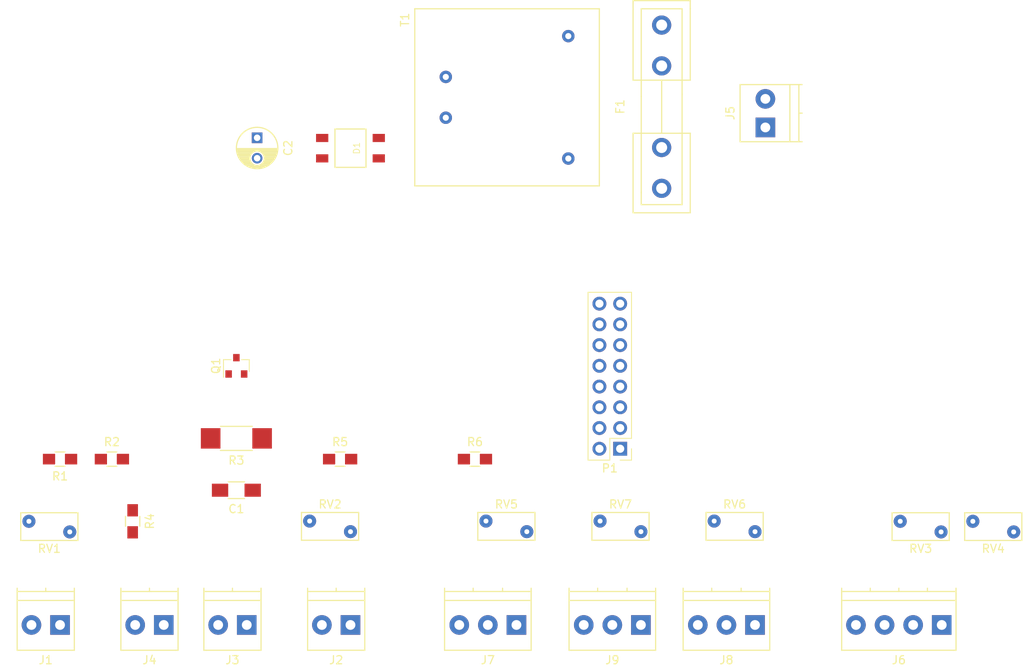
<source format=kicad_pcb>
(kicad_pcb (version 4) (host pcbnew 4.0.5-e0-6337~49~ubuntu16.04.1)

  (general
    (links 47)
    (no_connects 47)
    (area 0 0 0 0)
    (thickness 1.6)
    (drawings 0)
    (tracks 0)
    (zones 0)
    (modules 29)
    (nets 38)
  )

  (page A4)
  (layers
    (0 F.Cu signal)
    (31 B.Cu signal)
    (32 B.Adhes user)
    (33 F.Adhes user)
    (34 B.Paste user)
    (35 F.Paste user)
    (36 B.SilkS user)
    (37 F.SilkS user)
    (38 B.Mask user)
    (39 F.Mask user)
    (40 Dwgs.User user)
    (41 Cmts.User user)
    (42 Eco1.User user)
    (43 Eco2.User user)
    (44 Edge.Cuts user)
    (45 Margin user)
    (46 B.CrtYd user)
    (47 F.CrtYd user)
    (48 B.Fab user)
    (49 F.Fab user)
  )

  (setup
    (last_trace_width 0.25)
    (trace_clearance 0.2)
    (zone_clearance 0.508)
    (zone_45_only no)
    (trace_min 0.2)
    (segment_width 0.2)
    (edge_width 0.15)
    (via_size 0.6)
    (via_drill 0.4)
    (via_min_size 0.4)
    (via_min_drill 0.3)
    (uvia_size 0.3)
    (uvia_drill 0.1)
    (uvias_allowed no)
    (uvia_min_size 0.2)
    (uvia_min_drill 0.1)
    (pcb_text_width 0.3)
    (pcb_text_size 1.5 1.5)
    (mod_edge_width 0.15)
    (mod_text_size 1 1)
    (mod_text_width 0.15)
    (pad_size 1.524 1.524)
    (pad_drill 0.762)
    (pad_to_mask_clearance 0.2)
    (aux_axis_origin 0 0)
    (visible_elements FFFFFF7F)
    (pcbplotparams
      (layerselection 0x00030_80000001)
      (usegerberextensions false)
      (excludeedgelayer true)
      (linewidth 0.100000)
      (plotframeref false)
      (viasonmask false)
      (mode 1)
      (useauxorigin false)
      (hpglpennumber 1)
      (hpglpenspeed 20)
      (hpglpendiameter 15)
      (hpglpenoverlay 2)
      (psnegative false)
      (psa4output false)
      (plotreference true)
      (plotvalue true)
      (plotinvisibletext false)
      (padsonsilk false)
      (subtractmaskfromsilk false)
      (outputformat 1)
      (mirror false)
      (drillshape 1)
      (scaleselection 1)
      (outputdirectory ""))
  )

  (net 0 "")
  (net 1 "Net-(C1-Pad1)")
  (net 2 "Net-(C1-Pad2)")
  (net 3 +12V)
  (net 4 GND)
  (net 5 "Net-(D1-Pad3)")
  (net 6 "Net-(D1-Pad4)")
  (net 7 "Net-(F1-Pad2)")
  (net 8 "Net-(F1-Pad1)")
  (net 9 Mag_Sw)
  (net 10 "Net-(J1-Pad1)")
  (net 11 Floater)
  (net 12 "Net-(J2-Pad1)")
  (net 13 "Net-(J3-Pad2)")
  (net 14 "Net-(J3-Pad1)")
  (net 15 "Net-(J5-Pad2)")
  (net 16 USonic_echo)
  (net 17 +5V)
  (net 18 USonic_trigger)
  (net 19 TH_Sensor)
  (net 20 Flow_Sen)
  (net 21 HAL_Sen)
  (net 22 SPI_CS)
  (net 23 SPI_MOSI)
  (net 24 SPI_MISO)
  (net 25 SPI_CLK)
  (net 26 PA8/TIM_CH1)
  (net 27 PB0/TIM_CH2N)
  (net 28 PA1/ADC12_IN6)
  (net 29 PA0/ADC12_IN5)
  (net 30 USART1_TX)
  (net 31 USART1_RX)
  (net 32 I2C_SDA)
  (net 33 I2C_CLK)
  (net 34 +3V3)
  (net 35 "Net-(Q1-Pad1)")
  (net 36 MOT_Off)
  (net 37 "Net-(R6-Pad2)")

  (net_class Default "This is the default net class."
    (clearance 0.2)
    (trace_width 0.25)
    (via_dia 0.6)
    (via_drill 0.4)
    (uvia_dia 0.3)
    (uvia_drill 0.1)
    (add_net +12V)
    (add_net +3V3)
    (add_net +5V)
    (add_net Floater)
    (add_net Flow_Sen)
    (add_net GND)
    (add_net HAL_Sen)
    (add_net I2C_CLK)
    (add_net I2C_SDA)
    (add_net MOT_Off)
    (add_net Mag_Sw)
    (add_net "Net-(C1-Pad1)")
    (add_net "Net-(C1-Pad2)")
    (add_net "Net-(D1-Pad3)")
    (add_net "Net-(D1-Pad4)")
    (add_net "Net-(F1-Pad1)")
    (add_net "Net-(F1-Pad2)")
    (add_net "Net-(J1-Pad1)")
    (add_net "Net-(J2-Pad1)")
    (add_net "Net-(J3-Pad1)")
    (add_net "Net-(J3-Pad2)")
    (add_net "Net-(J5-Pad2)")
    (add_net "Net-(Q1-Pad1)")
    (add_net "Net-(R6-Pad2)")
    (add_net PA0/ADC12_IN5)
    (add_net PA1/ADC12_IN6)
    (add_net PA8/TIM_CH1)
    (add_net PB0/TIM_CH2N)
    (add_net SPI_CLK)
    (add_net SPI_CS)
    (add_net SPI_MISO)
    (add_net SPI_MOSI)
    (add_net TH_Sensor)
    (add_net USART1_RX)
    (add_net USART1_TX)
    (add_net USonic_echo)
    (add_net USonic_trigger)
  )

  (module Capacitors_SMD:C_1206_HandSoldering (layer F.Cu) (tedit 541A9C03) (tstamp 586ACB88)
    (at 88.9 114.3 180)
    (descr "Capacitor SMD 1206, hand soldering")
    (tags "capacitor 1206")
    (path /585D99DC)
    (attr smd)
    (fp_text reference C1 (at 0 -2.3 180) (layer F.SilkS)
      (effects (font (size 1 1) (thickness 0.15)))
    )
    (fp_text value C (at 0 2.3 180) (layer F.Fab)
      (effects (font (size 1 1) (thickness 0.15)))
    )
    (fp_line (start -1.6 0.8) (end -1.6 -0.8) (layer F.Fab) (width 0.15))
    (fp_line (start 1.6 0.8) (end -1.6 0.8) (layer F.Fab) (width 0.15))
    (fp_line (start 1.6 -0.8) (end 1.6 0.8) (layer F.Fab) (width 0.15))
    (fp_line (start -1.6 -0.8) (end 1.6 -0.8) (layer F.Fab) (width 0.15))
    (fp_line (start -3.3 -1.15) (end 3.3 -1.15) (layer F.CrtYd) (width 0.05))
    (fp_line (start -3.3 1.15) (end 3.3 1.15) (layer F.CrtYd) (width 0.05))
    (fp_line (start -3.3 -1.15) (end -3.3 1.15) (layer F.CrtYd) (width 0.05))
    (fp_line (start 3.3 -1.15) (end 3.3 1.15) (layer F.CrtYd) (width 0.05))
    (fp_line (start 1 -1.025) (end -1 -1.025) (layer F.SilkS) (width 0.15))
    (fp_line (start -1 1.025) (end 1 1.025) (layer F.SilkS) (width 0.15))
    (pad 1 smd rect (at -2 0 180) (size 2 1.6) (layers F.Cu F.Paste F.Mask)
      (net 1 "Net-(C1-Pad1)"))
    (pad 2 smd rect (at 2 0 180) (size 2 1.6) (layers F.Cu F.Paste F.Mask)
      (net 2 "Net-(C1-Pad2)"))
    (model Capacitors_SMD.3dshapes/C_1206_HandSoldering.wrl
      (at (xyz 0 0 0))
      (scale (xyz 1 1 1))
      (rotate (xyz 0 0 0))
    )
  )

  (module Capacitors_THT:C_Radial_D5_L11_P2.5 (layer F.Cu) (tedit 0) (tstamp 586ACB8E)
    (at 91.44 71.12 270)
    (descr "Radial Electrolytic Capacitor Diameter 5mm x Length 11mm, Pitch 2.5mm")
    (tags "Electrolytic Capacitor")
    (path /585D63E3)
    (fp_text reference C2 (at 1.25 -3.8 270) (layer F.SilkS)
      (effects (font (size 1 1) (thickness 0.15)))
    )
    (fp_text value CP (at 1.25 3.8 270) (layer F.Fab)
      (effects (font (size 1 1) (thickness 0.15)))
    )
    (fp_line (start 1.325 -2.499) (end 1.325 2.499) (layer F.SilkS) (width 0.15))
    (fp_line (start 1.465 -2.491) (end 1.465 2.491) (layer F.SilkS) (width 0.15))
    (fp_line (start 1.605 -2.475) (end 1.605 -0.095) (layer F.SilkS) (width 0.15))
    (fp_line (start 1.605 0.095) (end 1.605 2.475) (layer F.SilkS) (width 0.15))
    (fp_line (start 1.745 -2.451) (end 1.745 -0.49) (layer F.SilkS) (width 0.15))
    (fp_line (start 1.745 0.49) (end 1.745 2.451) (layer F.SilkS) (width 0.15))
    (fp_line (start 1.885 -2.418) (end 1.885 -0.657) (layer F.SilkS) (width 0.15))
    (fp_line (start 1.885 0.657) (end 1.885 2.418) (layer F.SilkS) (width 0.15))
    (fp_line (start 2.025 -2.377) (end 2.025 -0.764) (layer F.SilkS) (width 0.15))
    (fp_line (start 2.025 0.764) (end 2.025 2.377) (layer F.SilkS) (width 0.15))
    (fp_line (start 2.165 -2.327) (end 2.165 -0.835) (layer F.SilkS) (width 0.15))
    (fp_line (start 2.165 0.835) (end 2.165 2.327) (layer F.SilkS) (width 0.15))
    (fp_line (start 2.305 -2.266) (end 2.305 -0.879) (layer F.SilkS) (width 0.15))
    (fp_line (start 2.305 0.879) (end 2.305 2.266) (layer F.SilkS) (width 0.15))
    (fp_line (start 2.445 -2.196) (end 2.445 -0.898) (layer F.SilkS) (width 0.15))
    (fp_line (start 2.445 0.898) (end 2.445 2.196) (layer F.SilkS) (width 0.15))
    (fp_line (start 2.585 -2.114) (end 2.585 -0.896) (layer F.SilkS) (width 0.15))
    (fp_line (start 2.585 0.896) (end 2.585 2.114) (layer F.SilkS) (width 0.15))
    (fp_line (start 2.725 -2.019) (end 2.725 -0.871) (layer F.SilkS) (width 0.15))
    (fp_line (start 2.725 0.871) (end 2.725 2.019) (layer F.SilkS) (width 0.15))
    (fp_line (start 2.865 -1.908) (end 2.865 -0.823) (layer F.SilkS) (width 0.15))
    (fp_line (start 2.865 0.823) (end 2.865 1.908) (layer F.SilkS) (width 0.15))
    (fp_line (start 3.005 -1.78) (end 3.005 -0.745) (layer F.SilkS) (width 0.15))
    (fp_line (start 3.005 0.745) (end 3.005 1.78) (layer F.SilkS) (width 0.15))
    (fp_line (start 3.145 -1.631) (end 3.145 -0.628) (layer F.SilkS) (width 0.15))
    (fp_line (start 3.145 0.628) (end 3.145 1.631) (layer F.SilkS) (width 0.15))
    (fp_line (start 3.285 -1.452) (end 3.285 -0.44) (layer F.SilkS) (width 0.15))
    (fp_line (start 3.285 0.44) (end 3.285 1.452) (layer F.SilkS) (width 0.15))
    (fp_line (start 3.425 -1.233) (end 3.425 1.233) (layer F.SilkS) (width 0.15))
    (fp_line (start 3.565 -0.944) (end 3.565 0.944) (layer F.SilkS) (width 0.15))
    (fp_line (start 3.705 -0.472) (end 3.705 0.472) (layer F.SilkS) (width 0.15))
    (fp_circle (center 2.5 0) (end 2.5 -0.9) (layer F.SilkS) (width 0.15))
    (fp_circle (center 1.25 0) (end 1.25 -2.5375) (layer F.SilkS) (width 0.15))
    (fp_circle (center 1.25 0) (end 1.25 -2.8) (layer F.CrtYd) (width 0.05))
    (pad 1 thru_hole rect (at 0 0 270) (size 1.3 1.3) (drill 0.8) (layers *.Cu *.Mask)
      (net 3 +12V))
    (pad 2 thru_hole circle (at 2.5 0 270) (size 1.3 1.3) (drill 0.8) (layers *.Cu *.Mask)
      (net 4 GND))
    (model Capacitors_ThroughHole.3dshapes/C_Radial_D5_L11_P2.5.wrl
      (at (xyz 0.049213 0 0))
      (scale (xyz 1 1 1))
      (rotate (xyz 0 0 90))
    )
  )

  (module D-HDO4:D-HD04 (layer F.Cu) (tedit 0) (tstamp 586ACB96)
    (at 102.87 72.39 270)
    (path /586AC7A0)
    (fp_text reference D1 (at 0 -0.762 270) (layer F.SilkS)
      (effects (font (size 0.762 0.762) (thickness 0.1016)))
    )
    (fp_text value D_Bridge_+-AA (at 0 0.92456 270) (layer F.SilkS) hide
      (effects (font (size 0.508 0.508) (thickness 0.127)))
    )
    (fp_line (start -2.32 -1.9) (end 2.35 -1.9) (layer F.SilkS) (width 0.15))
    (fp_line (start 2.35 -1.9) (end 2.35 1.9) (layer F.SilkS) (width 0.15))
    (fp_line (start 2.35 1.9) (end -2.35 1.9) (layer F.SilkS) (width 0.15))
    (fp_line (start -2.35 1.9) (end -2.35 -1.9) (layer F.SilkS) (width 0.15))
    (pad 1 smd rect (at -1.25 3.465 270) (size 1 1.5) (layers F.Cu F.Paste F.Mask)
      (net 3 +12V))
    (pad 2 smd rect (at 1.25 3.465 270) (size 1 1.5) (layers F.Cu F.Paste F.Mask)
      (net 4 GND))
    (pad 3 smd rect (at 1.25 -3.465 270) (size 1 1.5) (layers F.Cu F.Paste F.Mask)
      (net 5 "Net-(D1-Pad3)"))
    (pad 4 smd rect (at -1.25 -3.465 270) (size 1 1.5) (layers F.Cu F.Paste F.Mask)
      (net 6 "Net-(D1-Pad4)"))
  )

  (module Fuse_Holders_and_Fuses:Fuseholder5x20_horiz_open_inline_Type-I (layer F.Cu) (tedit 0) (tstamp 586ACB9E)
    (at 140.97 67.31 90)
    (descr "Fuseholder, 5x20, open, horizontal, Type-I, Inline,")
    (tags "Fuseholder, 5x20, open, horizontal, Type-I, Inline, Sicherungshalter, offen,")
    (path /586AC64D)
    (fp_text reference F1 (at 0 -5.08 90) (layer F.SilkS)
      (effects (font (size 1 1) (thickness 0.15)))
    )
    (fp_text value Fuse (at 1.27 5.08 90) (layer F.Fab)
      (effects (font (size 1 1) (thickness 0.15)))
    )
    (fp_line (start 3.2512 0) (end -3.2512 0) (layer F.SilkS) (width 0.15))
    (fp_line (start 3.2512 -3.50012) (end 3.2512 3.50012) (layer F.SilkS) (width 0.15))
    (fp_line (start 11.99896 3.50012) (end 3.2512 3.50012) (layer F.SilkS) (width 0.15))
    (fp_line (start 11.99896 -3.50012) (end 3.2512 -3.50012) (layer F.SilkS) (width 0.15))
    (fp_line (start -10.74928 2.49936) (end -11.99896 2.49936) (layer F.SilkS) (width 0.15))
    (fp_line (start -10.50036 -2.49936) (end -11.99896 -2.49936) (layer F.SilkS) (width 0.15))
    (fp_line (start 1.50114 2.49936) (end -10.74928 2.49936) (layer F.SilkS) (width 0.15))
    (fp_line (start 1.24968 -2.49936) (end -10.50036 -2.49936) (layer F.SilkS) (width 0.15))
    (fp_line (start 11.99896 2.49936) (end 1.50114 2.49936) (layer F.SilkS) (width 0.15))
    (fp_line (start 11.99896 -2.49936) (end 1.24968 -2.49936) (layer F.SilkS) (width 0.15))
    (fp_line (start 11.99896 -2.49936) (end 11.99896 2.49936) (layer F.SilkS) (width 0.15))
    (fp_line (start 12.99972 -3.50012) (end 11.99896 -3.50012) (layer F.SilkS) (width 0.15))
    (fp_line (start 12.99972 -3.50012) (end 12.99972 3.50012) (layer F.SilkS) (width 0.15))
    (fp_line (start 12.99972 3.50012) (end 11.99896 3.50012) (layer F.SilkS) (width 0.15))
    (fp_line (start -11.99896 -2.49936) (end -11.99896 2.49936) (layer F.SilkS) (width 0.15))
    (fp_line (start -3.2512 -3.50012) (end -12.99972 -3.50012) (layer F.SilkS) (width 0.15))
    (fp_line (start -12.99972 -3.50012) (end -12.99972 3.50012) (layer F.SilkS) (width 0.15))
    (fp_line (start -3.2512 3.50012) (end -12.99972 3.50012) (layer F.SilkS) (width 0.15))
    (fp_line (start -3.2512 -3.50012) (end -3.2512 3.50012) (layer F.SilkS) (width 0.15))
    (pad 2 thru_hole circle (at 5.00126 0 90) (size 2.3495 2.3495) (drill 1.34874) (layers *.Cu *.Mask)
      (net 7 "Net-(F1-Pad2)"))
    (pad 2 thru_hole circle (at 9.99998 0 90) (size 2.3495 2.3495) (drill 1.34874) (layers *.Cu *.Mask)
      (net 7 "Net-(F1-Pad2)"))
    (pad 1 thru_hole circle (at -5.00126 0 90) (size 2.3495 2.3495) (drill 1.34874) (layers *.Cu *.Mask)
      (net 8 "Net-(F1-Pad1)"))
    (pad 1 thru_hole circle (at -9.99998 0 90) (size 2.3495 2.3495) (drill 1.34874) (layers *.Cu *.Mask)
      (net 8 "Net-(F1-Pad1)"))
  )

  (module Connectors_Terminal_Blocks:TerminalBlock_Pheonix_PT-3.5mm_2pol (layer F.Cu) (tedit 0) (tstamp 586ACBA4)
    (at 67.31 130.81 180)
    (descr "2-way 3.5mm pitch terminal block, Phoenix PT series")
    (path /585D3B8C)
    (fp_text reference J1 (at 1.75 -4.3 180) (layer F.SilkS)
      (effects (font (size 1 1) (thickness 0.15)))
    )
    (fp_text value "Magnet sensor" (at 1.75 6 180) (layer F.Fab)
      (effects (font (size 1 1) (thickness 0.15)))
    )
    (fp_line (start -1.9 -3.3) (end 5.4 -3.3) (layer F.CrtYd) (width 0.05))
    (fp_line (start -1.9 4.7) (end -1.9 -3.3) (layer F.CrtYd) (width 0.05))
    (fp_line (start 5.4 4.7) (end -1.9 4.7) (layer F.CrtYd) (width 0.05))
    (fp_line (start 5.4 -3.3) (end 5.4 4.7) (layer F.CrtYd) (width 0.05))
    (fp_line (start 1.75 4.1) (end 1.75 4.5) (layer F.SilkS) (width 0.15))
    (fp_line (start -1.75 3) (end 5.25 3) (layer F.SilkS) (width 0.15))
    (fp_line (start -1.75 4.1) (end 5.25 4.1) (layer F.SilkS) (width 0.15))
    (fp_line (start -1.75 -3.1) (end -1.75 4.5) (layer F.SilkS) (width 0.15))
    (fp_line (start 5.25 4.5) (end 5.25 -3.1) (layer F.SilkS) (width 0.15))
    (fp_line (start 5.25 -3.1) (end -1.75 -3.1) (layer F.SilkS) (width 0.15))
    (pad 2 thru_hole circle (at 3.5 0 180) (size 2.4 2.4) (drill 1.2) (layers *.Cu *.Mask)
      (net 9 Mag_Sw))
    (pad 1 thru_hole rect (at 0 0 180) (size 2.4 2.4) (drill 1.2) (layers *.Cu *.Mask)
      (net 10 "Net-(J1-Pad1)"))
    (model Terminal_Blocks.3dshapes/TerminalBlock_Pheonix_PT-3.5mm_2pol.wrl
      (at (xyz 0 0 0))
      (scale (xyz 1 1 1))
      (rotate (xyz 0 0 0))
    )
  )

  (module Connectors_Terminal_Blocks:TerminalBlock_Pheonix_PT-3.5mm_2pol (layer F.Cu) (tedit 0) (tstamp 586ACBAA)
    (at 102.87 130.81 180)
    (descr "2-way 3.5mm pitch terminal block, Phoenix PT series")
    (path /585C3F3A)
    (fp_text reference J2 (at 1.75 -4.3 180) (layer F.SilkS)
      (effects (font (size 1 1) (thickness 0.15)))
    )
    (fp_text value Floater (at 1.75 6 180) (layer F.Fab)
      (effects (font (size 1 1) (thickness 0.15)))
    )
    (fp_line (start -1.9 -3.3) (end 5.4 -3.3) (layer F.CrtYd) (width 0.05))
    (fp_line (start -1.9 4.7) (end -1.9 -3.3) (layer F.CrtYd) (width 0.05))
    (fp_line (start 5.4 4.7) (end -1.9 4.7) (layer F.CrtYd) (width 0.05))
    (fp_line (start 5.4 -3.3) (end 5.4 4.7) (layer F.CrtYd) (width 0.05))
    (fp_line (start 1.75 4.1) (end 1.75 4.5) (layer F.SilkS) (width 0.15))
    (fp_line (start -1.75 3) (end 5.25 3) (layer F.SilkS) (width 0.15))
    (fp_line (start -1.75 4.1) (end 5.25 4.1) (layer F.SilkS) (width 0.15))
    (fp_line (start -1.75 -3.1) (end -1.75 4.5) (layer F.SilkS) (width 0.15))
    (fp_line (start 5.25 4.5) (end 5.25 -3.1) (layer F.SilkS) (width 0.15))
    (fp_line (start 5.25 -3.1) (end -1.75 -3.1) (layer F.SilkS) (width 0.15))
    (pad 2 thru_hole circle (at 3.5 0 180) (size 2.4 2.4) (drill 1.2) (layers *.Cu *.Mask)
      (net 11 Floater))
    (pad 1 thru_hole rect (at 0 0 180) (size 2.4 2.4) (drill 1.2) (layers *.Cu *.Mask)
      (net 12 "Net-(J2-Pad1)"))
    (model Terminal_Blocks.3dshapes/TerminalBlock_Pheonix_PT-3.5mm_2pol.wrl
      (at (xyz 0 0 0))
      (scale (xyz 1 1 1))
      (rotate (xyz 0 0 0))
    )
  )

  (module Connectors_Terminal_Blocks:TerminalBlock_Pheonix_PT-3.5mm_2pol (layer F.Cu) (tedit 0) (tstamp 586ACBB0)
    (at 90.17 130.81 180)
    (descr "2-way 3.5mm pitch terminal block, Phoenix PT series")
    (path /585C3E48)
    (fp_text reference J3 (at 1.75 -4.3 180) (layer F.SilkS)
      (effects (font (size 1 1) (thickness 0.15)))
    )
    (fp_text value MotIn (at 1.75 6 180) (layer F.Fab)
      (effects (font (size 1 1) (thickness 0.15)))
    )
    (fp_line (start -1.9 -3.3) (end 5.4 -3.3) (layer F.CrtYd) (width 0.05))
    (fp_line (start -1.9 4.7) (end -1.9 -3.3) (layer F.CrtYd) (width 0.05))
    (fp_line (start 5.4 4.7) (end -1.9 4.7) (layer F.CrtYd) (width 0.05))
    (fp_line (start 5.4 -3.3) (end 5.4 4.7) (layer F.CrtYd) (width 0.05))
    (fp_line (start 1.75 4.1) (end 1.75 4.5) (layer F.SilkS) (width 0.15))
    (fp_line (start -1.75 3) (end 5.25 3) (layer F.SilkS) (width 0.15))
    (fp_line (start -1.75 4.1) (end 5.25 4.1) (layer F.SilkS) (width 0.15))
    (fp_line (start -1.75 -3.1) (end -1.75 4.5) (layer F.SilkS) (width 0.15))
    (fp_line (start 5.25 4.5) (end 5.25 -3.1) (layer F.SilkS) (width 0.15))
    (fp_line (start 5.25 -3.1) (end -1.75 -3.1) (layer F.SilkS) (width 0.15))
    (pad 2 thru_hole circle (at 3.5 0 180) (size 2.4 2.4) (drill 1.2) (layers *.Cu *.Mask)
      (net 13 "Net-(J3-Pad2)"))
    (pad 1 thru_hole rect (at 0 0 180) (size 2.4 2.4) (drill 1.2) (layers *.Cu *.Mask)
      (net 14 "Net-(J3-Pad1)"))
    (model Terminal_Blocks.3dshapes/TerminalBlock_Pheonix_PT-3.5mm_2pol.wrl
      (at (xyz 0 0 0))
      (scale (xyz 1 1 1))
      (rotate (xyz 0 0 0))
    )
  )

  (module Connectors_Terminal_Blocks:TerminalBlock_Pheonix_PT-3.5mm_2pol (layer F.Cu) (tedit 0) (tstamp 586ACBB6)
    (at 80.01 130.81 180)
    (descr "2-way 3.5mm pitch terminal block, Phoenix PT series")
    (path /585C3EB7)
    (fp_text reference J4 (at 1.75 -4.3 180) (layer F.SilkS)
      (effects (font (size 1 1) (thickness 0.15)))
    )
    (fp_text value MotOut (at 1.75 6 180) (layer F.Fab)
      (effects (font (size 1 1) (thickness 0.15)))
    )
    (fp_line (start -1.9 -3.3) (end 5.4 -3.3) (layer F.CrtYd) (width 0.05))
    (fp_line (start -1.9 4.7) (end -1.9 -3.3) (layer F.CrtYd) (width 0.05))
    (fp_line (start 5.4 4.7) (end -1.9 4.7) (layer F.CrtYd) (width 0.05))
    (fp_line (start 5.4 -3.3) (end 5.4 4.7) (layer F.CrtYd) (width 0.05))
    (fp_line (start 1.75 4.1) (end 1.75 4.5) (layer F.SilkS) (width 0.15))
    (fp_line (start -1.75 3) (end 5.25 3) (layer F.SilkS) (width 0.15))
    (fp_line (start -1.75 4.1) (end 5.25 4.1) (layer F.SilkS) (width 0.15))
    (fp_line (start -1.75 -3.1) (end -1.75 4.5) (layer F.SilkS) (width 0.15))
    (fp_line (start 5.25 4.5) (end 5.25 -3.1) (layer F.SilkS) (width 0.15))
    (fp_line (start 5.25 -3.1) (end -1.75 -3.1) (layer F.SilkS) (width 0.15))
    (pad 2 thru_hole circle (at 3.5 0 180) (size 2.4 2.4) (drill 1.2) (layers *.Cu *.Mask)
      (net 2 "Net-(C1-Pad2)"))
    (pad 1 thru_hole rect (at 0 0 180) (size 2.4 2.4) (drill 1.2) (layers *.Cu *.Mask)
      (net 13 "Net-(J3-Pad2)"))
    (model Terminal_Blocks.3dshapes/TerminalBlock_Pheonix_PT-3.5mm_2pol.wrl
      (at (xyz 0 0 0))
      (scale (xyz 1 1 1))
      (rotate (xyz 0 0 0))
    )
  )

  (module Connectors_Terminal_Blocks:TerminalBlock_Pheonix_PT-3.5mm_2pol (layer F.Cu) (tedit 0) (tstamp 586ACBBC)
    (at 153.67 69.85 90)
    (descr "2-way 3.5mm pitch terminal block, Phoenix PT series")
    (path /586AC3FF)
    (fp_text reference J5 (at 1.75 -4.3 90) (layer F.SilkS)
      (effects (font (size 1 1) (thickness 0.15)))
    )
    (fp_text value 230VAC (at 1.75 6 90) (layer F.Fab)
      (effects (font (size 1 1) (thickness 0.15)))
    )
    (fp_line (start -1.9 -3.3) (end 5.4 -3.3) (layer F.CrtYd) (width 0.05))
    (fp_line (start -1.9 4.7) (end -1.9 -3.3) (layer F.CrtYd) (width 0.05))
    (fp_line (start 5.4 4.7) (end -1.9 4.7) (layer F.CrtYd) (width 0.05))
    (fp_line (start 5.4 -3.3) (end 5.4 4.7) (layer F.CrtYd) (width 0.05))
    (fp_line (start 1.75 4.1) (end 1.75 4.5) (layer F.SilkS) (width 0.15))
    (fp_line (start -1.75 3) (end 5.25 3) (layer F.SilkS) (width 0.15))
    (fp_line (start -1.75 4.1) (end 5.25 4.1) (layer F.SilkS) (width 0.15))
    (fp_line (start -1.75 -3.1) (end -1.75 4.5) (layer F.SilkS) (width 0.15))
    (fp_line (start 5.25 4.5) (end 5.25 -3.1) (layer F.SilkS) (width 0.15))
    (fp_line (start 5.25 -3.1) (end -1.75 -3.1) (layer F.SilkS) (width 0.15))
    (pad 2 thru_hole circle (at 3.5 0 90) (size 2.4 2.4) (drill 1.2) (layers *.Cu *.Mask)
      (net 15 "Net-(J5-Pad2)"))
    (pad 1 thru_hole rect (at 0 0 90) (size 2.4 2.4) (drill 1.2) (layers *.Cu *.Mask)
      (net 7 "Net-(F1-Pad2)"))
    (model Terminal_Blocks.3dshapes/TerminalBlock_Pheonix_PT-3.5mm_2pol.wrl
      (at (xyz 0 0 0))
      (scale (xyz 1 1 1))
      (rotate (xyz 0 0 0))
    )
  )

  (module Connectors_Terminal_Blocks:TerminalBlock_Pheonix_PT-3.5mm_4pol (layer F.Cu) (tedit 56301633) (tstamp 586ACBC4)
    (at 175.26 130.81 180)
    (descr "4-way 3.5mm pitch terminal block, Phoenix PT series")
    (path /585C3C61)
    (fp_text reference J6 (at 5.25 -4.3 180) (layer F.SilkS)
      (effects (font (size 1 1) (thickness 0.15)))
    )
    (fp_text value "USonic sensor" (at 5.25 6 180) (layer F.Fab)
      (effects (font (size 1 1) (thickness 0.15)))
    )
    (fp_line (start -1.9 -3.3) (end 12.4 -3.3) (layer F.CrtYd) (width 0.05))
    (fp_line (start -1.9 4.7) (end -1.9 -3.3) (layer F.CrtYd) (width 0.05))
    (fp_line (start 12.4 4.7) (end -1.9 4.7) (layer F.CrtYd) (width 0.05))
    (fp_line (start 12.4 -3.3) (end 12.4 4.7) (layer F.CrtYd) (width 0.05))
    (fp_line (start 1.75 4.1) (end 1.75 4.5) (layer F.SilkS) (width 0.15))
    (fp_line (start 5.25 4.1) (end 5.25 4.5) (layer F.SilkS) (width 0.15))
    (fp_line (start 8.75 4.1) (end 8.75 4.5) (layer F.SilkS) (width 0.15))
    (fp_line (start -1.75 3) (end 12.25 3) (layer F.SilkS) (width 0.15))
    (fp_line (start -1.75 4.1) (end 12.25 4.1) (layer F.SilkS) (width 0.15))
    (fp_line (start -1.75 -3.1) (end -1.75 4.5) (layer F.SilkS) (width 0.15))
    (fp_line (start 12.25 4.5) (end 12.25 -3.1) (layer F.SilkS) (width 0.15))
    (fp_line (start 12.25 -3.1) (end -1.75 -3.1) (layer F.SilkS) (width 0.15))
    (pad 3 thru_hole circle (at 7 0 180) (size 2.4 2.4) (drill 1.2) (layers *.Cu *.Mask)
      (net 16 USonic_echo))
    (pad 4 thru_hole circle (at 10.5 0 180) (size 2.4 2.4) (drill 1.2) (layers *.Cu *.Mask)
      (net 17 +5V))
    (pad 2 thru_hole circle (at 3.5 0 180) (size 2.4 2.4) (drill 1.2) (layers *.Cu *.Mask)
      (net 18 USonic_trigger))
    (pad 1 thru_hole rect (at 0 0 180) (size 2.4 2.4) (drill 1.2) (layers *.Cu *.Mask)
      (net 4 GND))
    (model Terminal_Blocks.3dshapes/TerminalBlock_Pheonix_PT-3.5mm_4pol.wrl
      (at (xyz 0 0 0))
      (scale (xyz 1 1 1))
      (rotate (xyz 0 0 0))
    )
  )

  (module Connectors_Terminal_Blocks:TerminalBlock_Pheonix_PT-3.5mm_3pol (layer F.Cu) (tedit 56301605) (tstamp 586ACBCB)
    (at 123.19 130.81 180)
    (descr "3-way 3.5mm pitch terminal block, Phoenix PT series")
    (path /585C3FE3)
    (fp_text reference J7 (at 3.5 -4.3 180) (layer F.SilkS)
      (effects (font (size 1 1) (thickness 0.15)))
    )
    (fp_text value "Temp&Humid sensor" (at 3.5 6 180) (layer F.Fab)
      (effects (font (size 1 1) (thickness 0.15)))
    )
    (fp_line (start -2 -3.3) (end 9 -3.3) (layer F.CrtYd) (width 0.05))
    (fp_line (start -2 4.7) (end -2 -3.3) (layer F.CrtYd) (width 0.05))
    (fp_line (start 9 4.7) (end -2 4.7) (layer F.CrtYd) (width 0.05))
    (fp_line (start 9 -3.3) (end 9 4.7) (layer F.CrtYd) (width 0.05))
    (fp_line (start 1.7 4.1) (end 1.7 4.5) (layer F.SilkS) (width 0.15))
    (fp_line (start 5.3 4.1) (end 5.3 4.5) (layer F.SilkS) (width 0.15))
    (fp_line (start -1.8 3) (end 8.8 3) (layer F.SilkS) (width 0.15))
    (fp_line (start -1.8 4.1) (end 8.8 4.1) (layer F.SilkS) (width 0.15))
    (fp_line (start -1.8 -3.1) (end -1.8 4.5) (layer F.SilkS) (width 0.15))
    (fp_line (start 8.8 4.5) (end 8.8 -3.1) (layer F.SilkS) (width 0.15))
    (fp_line (start 8.8 -3.1) (end -1.8 -3.1) (layer F.SilkS) (width 0.15))
    (pad 2 thru_hole circle (at 3.5 0 180) (size 2.4 2.4) (drill 1.2) (layers *.Cu *.Mask)
      (net 19 TH_Sensor))
    (pad 3 thru_hole circle (at 7 0 180) (size 2.4 2.4) (drill 1.2) (layers *.Cu *.Mask)
      (net 17 +5V))
    (pad 1 thru_hole rect (at 0 0 180) (size 2.4 2.4) (drill 1.2) (layers *.Cu *.Mask)
      (net 4 GND))
    (model Terminal_Blocks.3dshapes/TerminalBlock_Pheonix_PT-3.5mm_3pol.wrl
      (at (xyz 0 0 0))
      (scale (xyz 1 1 1))
      (rotate (xyz 0 0 0))
    )
  )

  (module Connectors_Terminal_Blocks:TerminalBlock_Pheonix_PT-3.5mm_3pol (layer F.Cu) (tedit 56301605) (tstamp 586ACBD2)
    (at 152.4 130.81 180)
    (descr "3-way 3.5mm pitch terminal block, Phoenix PT series")
    (path /585C3CB8)
    (fp_text reference J8 (at 3.5 -4.3 180) (layer F.SilkS)
      (effects (font (size 1 1) (thickness 0.15)))
    )
    (fp_text value "Flow sensor" (at 3.5 6 180) (layer F.Fab)
      (effects (font (size 1 1) (thickness 0.15)))
    )
    (fp_line (start -2 -3.3) (end 9 -3.3) (layer F.CrtYd) (width 0.05))
    (fp_line (start -2 4.7) (end -2 -3.3) (layer F.CrtYd) (width 0.05))
    (fp_line (start 9 4.7) (end -2 4.7) (layer F.CrtYd) (width 0.05))
    (fp_line (start 9 -3.3) (end 9 4.7) (layer F.CrtYd) (width 0.05))
    (fp_line (start 1.7 4.1) (end 1.7 4.5) (layer F.SilkS) (width 0.15))
    (fp_line (start 5.3 4.1) (end 5.3 4.5) (layer F.SilkS) (width 0.15))
    (fp_line (start -1.8 3) (end 8.8 3) (layer F.SilkS) (width 0.15))
    (fp_line (start -1.8 4.1) (end 8.8 4.1) (layer F.SilkS) (width 0.15))
    (fp_line (start -1.8 -3.1) (end -1.8 4.5) (layer F.SilkS) (width 0.15))
    (fp_line (start 8.8 4.5) (end 8.8 -3.1) (layer F.SilkS) (width 0.15))
    (fp_line (start 8.8 -3.1) (end -1.8 -3.1) (layer F.SilkS) (width 0.15))
    (pad 2 thru_hole circle (at 3.5 0 180) (size 2.4 2.4) (drill 1.2) (layers *.Cu *.Mask)
      (net 20 Flow_Sen))
    (pad 3 thru_hole circle (at 7 0 180) (size 2.4 2.4) (drill 1.2) (layers *.Cu *.Mask)
      (net 17 +5V))
    (pad 1 thru_hole rect (at 0 0 180) (size 2.4 2.4) (drill 1.2) (layers *.Cu *.Mask)
      (net 4 GND))
    (model Terminal_Blocks.3dshapes/TerminalBlock_Pheonix_PT-3.5mm_3pol.wrl
      (at (xyz 0 0 0))
      (scale (xyz 1 1 1))
      (rotate (xyz 0 0 0))
    )
  )

  (module Connectors_Terminal_Blocks:TerminalBlock_Pheonix_PT-3.5mm_3pol (layer F.Cu) (tedit 56301605) (tstamp 586ACBD9)
    (at 138.43 130.81 180)
    (descr "3-way 3.5mm pitch terminal block, Phoenix PT series")
    (path /585C4124)
    (fp_text reference J9 (at 3.5 -4.3 180) (layer F.SilkS)
      (effects (font (size 1 1) (thickness 0.15)))
    )
    (fp_text value "HAL sensor" (at 3.5 6 180) (layer F.Fab)
      (effects (font (size 1 1) (thickness 0.15)))
    )
    (fp_line (start -2 -3.3) (end 9 -3.3) (layer F.CrtYd) (width 0.05))
    (fp_line (start -2 4.7) (end -2 -3.3) (layer F.CrtYd) (width 0.05))
    (fp_line (start 9 4.7) (end -2 4.7) (layer F.CrtYd) (width 0.05))
    (fp_line (start 9 -3.3) (end 9 4.7) (layer F.CrtYd) (width 0.05))
    (fp_line (start 1.7 4.1) (end 1.7 4.5) (layer F.SilkS) (width 0.15))
    (fp_line (start 5.3 4.1) (end 5.3 4.5) (layer F.SilkS) (width 0.15))
    (fp_line (start -1.8 3) (end 8.8 3) (layer F.SilkS) (width 0.15))
    (fp_line (start -1.8 4.1) (end 8.8 4.1) (layer F.SilkS) (width 0.15))
    (fp_line (start -1.8 -3.1) (end -1.8 4.5) (layer F.SilkS) (width 0.15))
    (fp_line (start 8.8 4.5) (end 8.8 -3.1) (layer F.SilkS) (width 0.15))
    (fp_line (start 8.8 -3.1) (end -1.8 -3.1) (layer F.SilkS) (width 0.15))
    (pad 2 thru_hole circle (at 3.5 0 180) (size 2.4 2.4) (drill 1.2) (layers *.Cu *.Mask)
      (net 21 HAL_Sen))
    (pad 3 thru_hole circle (at 7 0 180) (size 2.4 2.4) (drill 1.2) (layers *.Cu *.Mask)
      (net 17 +5V))
    (pad 1 thru_hole rect (at 0 0 180) (size 2.4 2.4) (drill 1.2) (layers *.Cu *.Mask)
      (net 4 GND))
    (model Terminal_Blocks.3dshapes/TerminalBlock_Pheonix_PT-3.5mm_3pol.wrl
      (at (xyz 0 0 0))
      (scale (xyz 1 1 1))
      (rotate (xyz 0 0 0))
    )
  )

  (module Pin_Headers:Pin_Header_Straight_2x08_Pitch2.54mm (layer F.Cu) (tedit 5862ED53) (tstamp 586ACBED)
    (at 135.89 109.22 180)
    (descr "Through hole straight pin header, 2x08, 2.54mm pitch, double rows")
    (tags "Through hole pin header THT 2x08 2.54mm double row")
    (path /585D28AC)
    (fp_text reference P1 (at 1.27 -2.39 180) (layer F.SilkS)
      (effects (font (size 1 1) (thickness 0.15)))
    )
    (fp_text value DIL16 (at 1.27 20.17 180) (layer F.Fab)
      (effects (font (size 1 1) (thickness 0.15)))
    )
    (fp_line (start -1.27 -1.27) (end -1.27 19.05) (layer F.Fab) (width 0.1))
    (fp_line (start -1.27 19.05) (end 3.81 19.05) (layer F.Fab) (width 0.1))
    (fp_line (start 3.81 19.05) (end 3.81 -1.27) (layer F.Fab) (width 0.1))
    (fp_line (start 3.81 -1.27) (end -1.27 -1.27) (layer F.Fab) (width 0.1))
    (fp_line (start -1.39 1.27) (end -1.39 19.17) (layer F.SilkS) (width 0.12))
    (fp_line (start -1.39 19.17) (end 3.93 19.17) (layer F.SilkS) (width 0.12))
    (fp_line (start 3.93 19.17) (end 3.93 -1.39) (layer F.SilkS) (width 0.12))
    (fp_line (start 3.93 -1.39) (end 1.27 -1.39) (layer F.SilkS) (width 0.12))
    (fp_line (start 1.27 -1.39) (end 1.27 1.27) (layer F.SilkS) (width 0.12))
    (fp_line (start 1.27 1.27) (end -1.39 1.27) (layer F.SilkS) (width 0.12))
    (fp_line (start -1.39 0) (end -1.39 -1.39) (layer F.SilkS) (width 0.12))
    (fp_line (start -1.39 -1.39) (end 0 -1.39) (layer F.SilkS) (width 0.12))
    (fp_line (start -1.6 -1.6) (end -1.6 19.3) (layer F.CrtYd) (width 0.05))
    (fp_line (start -1.6 19.3) (end 4.1 19.3) (layer F.CrtYd) (width 0.05))
    (fp_line (start 4.1 19.3) (end 4.1 -1.6) (layer F.CrtYd) (width 0.05))
    (fp_line (start 4.1 -1.6) (end -1.6 -1.6) (layer F.CrtYd) (width 0.05))
    (pad 1 thru_hole rect (at 0 0 180) (size 1.7 1.7) (drill 1) (layers *.Cu *.Mask)
      (net 4 GND))
    (pad 2 thru_hole oval (at 2.54 0 180) (size 1.7 1.7) (drill 1) (layers *.Cu *.Mask)
      (net 22 SPI_CS))
    (pad 3 thru_hole oval (at 0 2.54 180) (size 1.7 1.7) (drill 1) (layers *.Cu *.Mask)
      (net 23 SPI_MOSI))
    (pad 4 thru_hole oval (at 2.54 2.54 180) (size 1.7 1.7) (drill 1) (layers *.Cu *.Mask)
      (net 24 SPI_MISO))
    (pad 5 thru_hole oval (at 0 5.08 180) (size 1.7 1.7) (drill 1) (layers *.Cu *.Mask)
      (net 25 SPI_CLK))
    (pad 6 thru_hole oval (at 2.54 5.08 180) (size 1.7 1.7) (drill 1) (layers *.Cu *.Mask)
      (net 26 PA8/TIM_CH1))
    (pad 7 thru_hole oval (at 0 7.62 180) (size 1.7 1.7) (drill 1) (layers *.Cu *.Mask)
      (net 27 PB0/TIM_CH2N))
    (pad 8 thru_hole oval (at 2.54 7.62 180) (size 1.7 1.7) (drill 1) (layers *.Cu *.Mask)
      (net 4 GND))
    (pad 9 thru_hole oval (at 0 10.16 180) (size 1.7 1.7) (drill 1) (layers *.Cu *.Mask)
      (net 17 +5V))
    (pad 10 thru_hole oval (at 2.54 10.16 180) (size 1.7 1.7) (drill 1) (layers *.Cu *.Mask)
      (net 28 PA1/ADC12_IN6))
    (pad 11 thru_hole oval (at 0 12.7 180) (size 1.7 1.7) (drill 1) (layers *.Cu *.Mask)
      (net 29 PA0/ADC12_IN5))
    (pad 12 thru_hole oval (at 2.54 12.7 180) (size 1.7 1.7) (drill 1) (layers *.Cu *.Mask)
      (net 30 USART1_TX))
    (pad 13 thru_hole oval (at 0 15.24 180) (size 1.7 1.7) (drill 1) (layers *.Cu *.Mask)
      (net 31 USART1_RX))
    (pad 14 thru_hole oval (at 2.54 15.24 180) (size 1.7 1.7) (drill 1) (layers *.Cu *.Mask)
      (net 32 I2C_SDA))
    (pad 15 thru_hole oval (at 0 17.78 180) (size 1.7 1.7) (drill 1) (layers *.Cu *.Mask)
      (net 33 I2C_CLK))
    (pad 16 thru_hole oval (at 2.54 17.78 180) (size 1.7 1.7) (drill 1) (layers *.Cu *.Mask)
      (net 34 +3V3))
    (model Pin_Headers.3dshapes/Pin_Header_Straight_2x08_Pitch2.54mm.wrl
      (at (xyz 0.05 -0.35 0))
      (scale (xyz 1 1 1))
      (rotate (xyz 0 0 90))
    )
  )

  (module TO_SOT_Packages_SMD:SOT-23 (layer F.Cu) (tedit 583F39EB) (tstamp 586ACBF4)
    (at 88.9 99.06 90)
    (descr "SOT-23, Standard")
    (tags SOT-23)
    (path /586AAB71)
    (attr smd)
    (fp_text reference Q1 (at 0 -2.5 90) (layer F.SilkS)
      (effects (font (size 1 1) (thickness 0.15)))
    )
    (fp_text value BS170 (at 0 2.5 90) (layer F.Fab)
      (effects (font (size 1 1) (thickness 0.15)))
    )
    (fp_line (start 0.76 1.58) (end 0.76 0.65) (layer F.SilkS) (width 0.12))
    (fp_line (start 0.76 -1.58) (end 0.76 -0.65) (layer F.SilkS) (width 0.12))
    (fp_line (start 0.7 -1.52) (end 0.7 1.52) (layer F.Fab) (width 0.15))
    (fp_line (start -0.7 1.52) (end 0.7 1.52) (layer F.Fab) (width 0.15))
    (fp_line (start -1.7 -1.75) (end 1.7 -1.75) (layer F.CrtYd) (width 0.05))
    (fp_line (start 1.7 -1.75) (end 1.7 1.75) (layer F.CrtYd) (width 0.05))
    (fp_line (start 1.7 1.75) (end -1.7 1.75) (layer F.CrtYd) (width 0.05))
    (fp_line (start -1.7 1.75) (end -1.7 -1.75) (layer F.CrtYd) (width 0.05))
    (fp_line (start 0.76 -1.58) (end -1.4 -1.58) (layer F.SilkS) (width 0.12))
    (fp_line (start -0.7 -1.52) (end 0.7 -1.52) (layer F.Fab) (width 0.15))
    (fp_line (start -0.7 -1.52) (end -0.7 1.52) (layer F.Fab) (width 0.15))
    (fp_line (start 0.76 1.58) (end -0.7 1.58) (layer F.SilkS) (width 0.12))
    (pad 1 smd rect (at -1 -0.95 90) (size 0.9 0.8) (layers F.Cu F.Paste F.Mask)
      (net 35 "Net-(Q1-Pad1)"))
    (pad 2 smd rect (at -1 0.95 90) (size 0.9 0.8) (layers F.Cu F.Paste F.Mask)
      (net 36 MOT_Off))
    (pad 3 smd rect (at 1 0 90) (size 0.9 0.8) (layers F.Cu F.Paste F.Mask)
      (net 4 GND))
    (model TO_SOT_Packages_SMD.3dshapes/SOT-23.wrl
      (at (xyz 0 0 0))
      (scale (xyz 1 1 1))
      (rotate (xyz 0 0 90))
    )
  )

  (module Resistors_SMD:R_0805_HandSoldering (layer F.Cu) (tedit 58307B90) (tstamp 586ACBFA)
    (at 67.31 110.49 180)
    (descr "Resistor SMD 0805, hand soldering")
    (tags "resistor 0805")
    (path /585D3E5F)
    (attr smd)
    (fp_text reference R1 (at 0 -2.1 180) (layer F.SilkS)
      (effects (font (size 1 1) (thickness 0.15)))
    )
    (fp_text value R (at 0 2.1 180) (layer F.Fab)
      (effects (font (size 1 1) (thickness 0.15)))
    )
    (fp_line (start -1 0.625) (end -1 -0.625) (layer F.Fab) (width 0.1))
    (fp_line (start 1 0.625) (end -1 0.625) (layer F.Fab) (width 0.1))
    (fp_line (start 1 -0.625) (end 1 0.625) (layer F.Fab) (width 0.1))
    (fp_line (start -1 -0.625) (end 1 -0.625) (layer F.Fab) (width 0.1))
    (fp_line (start -2.4 -1) (end 2.4 -1) (layer F.CrtYd) (width 0.05))
    (fp_line (start -2.4 1) (end 2.4 1) (layer F.CrtYd) (width 0.05))
    (fp_line (start -2.4 -1) (end -2.4 1) (layer F.CrtYd) (width 0.05))
    (fp_line (start 2.4 -1) (end 2.4 1) (layer F.CrtYd) (width 0.05))
    (fp_line (start 0.6 0.875) (end -0.6 0.875) (layer F.SilkS) (width 0.15))
    (fp_line (start -0.6 -0.875) (end 0.6 -0.875) (layer F.SilkS) (width 0.15))
    (pad 1 smd rect (at -1.35 0 180) (size 1.5 1.3) (layers F.Cu F.Paste F.Mask)
      (net 34 +3V3))
    (pad 2 smd rect (at 1.35 0 180) (size 1.5 1.3) (layers F.Cu F.Paste F.Mask)
      (net 10 "Net-(J1-Pad1)"))
    (model Resistors_SMD.3dshapes/R_0805_HandSoldering.wrl
      (at (xyz 0 0 0))
      (scale (xyz 1 1 1))
      (rotate (xyz 0 0 0))
    )
  )

  (module Resistors_SMD:R_0805_HandSoldering (layer F.Cu) (tedit 58307B90) (tstamp 586ACC00)
    (at 73.66 110.49)
    (descr "Resistor SMD 0805, hand soldering")
    (tags "resistor 0805")
    (path /585C534B)
    (attr smd)
    (fp_text reference R2 (at 0 -2.1) (layer F.SilkS)
      (effects (font (size 1 1) (thickness 0.15)))
    )
    (fp_text value R (at 0 2.1) (layer F.Fab)
      (effects (font (size 1 1) (thickness 0.15)))
    )
    (fp_line (start -1 0.625) (end -1 -0.625) (layer F.Fab) (width 0.1))
    (fp_line (start 1 0.625) (end -1 0.625) (layer F.Fab) (width 0.1))
    (fp_line (start 1 -0.625) (end 1 0.625) (layer F.Fab) (width 0.1))
    (fp_line (start -1 -0.625) (end 1 -0.625) (layer F.Fab) (width 0.1))
    (fp_line (start -2.4 -1) (end 2.4 -1) (layer F.CrtYd) (width 0.05))
    (fp_line (start -2.4 1) (end 2.4 1) (layer F.CrtYd) (width 0.05))
    (fp_line (start -2.4 -1) (end -2.4 1) (layer F.CrtYd) (width 0.05))
    (fp_line (start 2.4 -1) (end 2.4 1) (layer F.CrtYd) (width 0.05))
    (fp_line (start 0.6 0.875) (end -0.6 0.875) (layer F.SilkS) (width 0.15))
    (fp_line (start -0.6 -0.875) (end 0.6 -0.875) (layer F.SilkS) (width 0.15))
    (pad 1 smd rect (at -1.35 0) (size 1.5 1.3) (layers F.Cu F.Paste F.Mask)
      (net 34 +3V3))
    (pad 2 smd rect (at 1.35 0) (size 1.5 1.3) (layers F.Cu F.Paste F.Mask)
      (net 12 "Net-(J2-Pad1)"))
    (model Resistors_SMD.3dshapes/R_0805_HandSoldering.wrl
      (at (xyz 0 0 0))
      (scale (xyz 1 1 1))
      (rotate (xyz 0 0 0))
    )
  )

  (module Resistors_SMD:R_2010_HandSoldering (layer F.Cu) (tedit 58307DE3) (tstamp 586ACC06)
    (at 88.9 107.95 180)
    (descr "Resistor SMD 2010, hand soldering")
    (tags "resistor 2010")
    (path /585D9952)
    (attr smd)
    (fp_text reference R3 (at 0 -2.7 180) (layer F.SilkS)
      (effects (font (size 1 1) (thickness 0.15)))
    )
    (fp_text value R (at 0 2.7 180) (layer F.Fab)
      (effects (font (size 1 1) (thickness 0.15)))
    )
    (fp_line (start -2.5 1.25) (end -2.5 -1.25) (layer F.Fab) (width 0.1))
    (fp_line (start 2.5 1.25) (end -2.5 1.25) (layer F.Fab) (width 0.1))
    (fp_line (start 2.5 -1.25) (end 2.5 1.25) (layer F.Fab) (width 0.1))
    (fp_line (start -2.5 -1.25) (end 2.5 -1.25) (layer F.Fab) (width 0.1))
    (fp_line (start -4.65 -1.6) (end 4.65 -1.6) (layer F.CrtYd) (width 0.05))
    (fp_line (start -4.65 1.6) (end 4.65 1.6) (layer F.CrtYd) (width 0.05))
    (fp_line (start -4.65 -1.6) (end -4.65 1.6) (layer F.CrtYd) (width 0.05))
    (fp_line (start 4.65 -1.6) (end 4.65 1.6) (layer F.CrtYd) (width 0.05))
    (fp_line (start 1.95 1.475) (end -1.95 1.475) (layer F.SilkS) (width 0.15))
    (fp_line (start -1.95 -1.475) (end 1.95 -1.475) (layer F.SilkS) (width 0.15))
    (pad 1 smd rect (at -3.15 0 180) (size 2.4 2.5) (layers F.Cu F.Paste F.Mask)
      (net 1 "Net-(C1-Pad1)"))
    (pad 2 smd rect (at 3.15 0 180) (size 2.4 2.5) (layers F.Cu F.Paste F.Mask)
      (net 14 "Net-(J3-Pad1)"))
    (model Resistors_SMD.3dshapes/R_2010_HandSoldering.wrl
      (at (xyz 0 0 0))
      (scale (xyz 1 1 1))
      (rotate (xyz 0 0 0))
    )
  )

  (module Resistors_SMD:R_0805_HandSoldering (layer F.Cu) (tedit 58307B90) (tstamp 586ACC0C)
    (at 76.2 118.11 270)
    (descr "Resistor SMD 0805, hand soldering")
    (tags "resistor 0805")
    (path /585D3E52)
    (attr smd)
    (fp_text reference R4 (at 0 -2.1 270) (layer F.SilkS)
      (effects (font (size 1 1) (thickness 0.15)))
    )
    (fp_text value R (at 0 2.1 270) (layer F.Fab)
      (effects (font (size 1 1) (thickness 0.15)))
    )
    (fp_line (start -1 0.625) (end -1 -0.625) (layer F.Fab) (width 0.1))
    (fp_line (start 1 0.625) (end -1 0.625) (layer F.Fab) (width 0.1))
    (fp_line (start 1 -0.625) (end 1 0.625) (layer F.Fab) (width 0.1))
    (fp_line (start -1 -0.625) (end 1 -0.625) (layer F.Fab) (width 0.1))
    (fp_line (start -2.4 -1) (end 2.4 -1) (layer F.CrtYd) (width 0.05))
    (fp_line (start -2.4 1) (end 2.4 1) (layer F.CrtYd) (width 0.05))
    (fp_line (start -2.4 -1) (end -2.4 1) (layer F.CrtYd) (width 0.05))
    (fp_line (start 2.4 -1) (end 2.4 1) (layer F.CrtYd) (width 0.05))
    (fp_line (start 0.6 0.875) (end -0.6 0.875) (layer F.SilkS) (width 0.15))
    (fp_line (start -0.6 -0.875) (end 0.6 -0.875) (layer F.SilkS) (width 0.15))
    (pad 1 smd rect (at -1.35 0 270) (size 1.5 1.3) (layers F.Cu F.Paste F.Mask)
      (net 9 Mag_Sw))
    (pad 2 smd rect (at 1.35 0 270) (size 1.5 1.3) (layers F.Cu F.Paste F.Mask)
      (net 4 GND))
    (model Resistors_SMD.3dshapes/R_0805_HandSoldering.wrl
      (at (xyz 0 0 0))
      (scale (xyz 1 1 1))
      (rotate (xyz 0 0 0))
    )
  )

  (module Resistors_SMD:R_0805_HandSoldering (layer F.Cu) (tedit 58307B90) (tstamp 586ACC12)
    (at 101.6 110.49)
    (descr "Resistor SMD 0805, hand soldering")
    (tags "resistor 0805")
    (path /585C533A)
    (attr smd)
    (fp_text reference R5 (at 0 -2.1) (layer F.SilkS)
      (effects (font (size 1 1) (thickness 0.15)))
    )
    (fp_text value R (at 0 2.1) (layer F.Fab)
      (effects (font (size 1 1) (thickness 0.15)))
    )
    (fp_line (start -1 0.625) (end -1 -0.625) (layer F.Fab) (width 0.1))
    (fp_line (start 1 0.625) (end -1 0.625) (layer F.Fab) (width 0.1))
    (fp_line (start 1 -0.625) (end 1 0.625) (layer F.Fab) (width 0.1))
    (fp_line (start -1 -0.625) (end 1 -0.625) (layer F.Fab) (width 0.1))
    (fp_line (start -2.4 -1) (end 2.4 -1) (layer F.CrtYd) (width 0.05))
    (fp_line (start -2.4 1) (end 2.4 1) (layer F.CrtYd) (width 0.05))
    (fp_line (start -2.4 -1) (end -2.4 1) (layer F.CrtYd) (width 0.05))
    (fp_line (start 2.4 -1) (end 2.4 1) (layer F.CrtYd) (width 0.05))
    (fp_line (start 0.6 0.875) (end -0.6 0.875) (layer F.SilkS) (width 0.15))
    (fp_line (start -0.6 -0.875) (end 0.6 -0.875) (layer F.SilkS) (width 0.15))
    (pad 1 smd rect (at -1.35 0) (size 1.5 1.3) (layers F.Cu F.Paste F.Mask)
      (net 11 Floater))
    (pad 2 smd rect (at 1.35 0) (size 1.5 1.3) (layers F.Cu F.Paste F.Mask)
      (net 4 GND))
    (model Resistors_SMD.3dshapes/R_0805_HandSoldering.wrl
      (at (xyz 0 0 0))
      (scale (xyz 1 1 1))
      (rotate (xyz 0 0 0))
    )
  )

  (module Resistors_SMD:R_0805_HandSoldering (layer F.Cu) (tedit 58307B90) (tstamp 586ACC18)
    (at 118.11 110.49)
    (descr "Resistor SMD 0805, hand soldering")
    (tags "resistor 0805")
    (path /585D8C1E)
    (attr smd)
    (fp_text reference R6 (at 0 -2.1) (layer F.SilkS)
      (effects (font (size 1 1) (thickness 0.15)))
    )
    (fp_text value R (at 0 2.1) (layer F.Fab)
      (effects (font (size 1 1) (thickness 0.15)))
    )
    (fp_line (start -1 0.625) (end -1 -0.625) (layer F.Fab) (width 0.1))
    (fp_line (start 1 0.625) (end -1 0.625) (layer F.Fab) (width 0.1))
    (fp_line (start 1 -0.625) (end 1 0.625) (layer F.Fab) (width 0.1))
    (fp_line (start -1 -0.625) (end 1 -0.625) (layer F.Fab) (width 0.1))
    (fp_line (start -2.4 -1) (end 2.4 -1) (layer F.CrtYd) (width 0.05))
    (fp_line (start -2.4 1) (end 2.4 1) (layer F.CrtYd) (width 0.05))
    (fp_line (start -2.4 -1) (end -2.4 1) (layer F.CrtYd) (width 0.05))
    (fp_line (start 2.4 -1) (end 2.4 1) (layer F.CrtYd) (width 0.05))
    (fp_line (start 0.6 0.875) (end -0.6 0.875) (layer F.SilkS) (width 0.15))
    (fp_line (start -0.6 -0.875) (end 0.6 -0.875) (layer F.SilkS) (width 0.15))
    (pad 1 smd rect (at -1.35 0) (size 1.5 1.3) (layers F.Cu F.Paste F.Mask)
      (net 17 +5V))
    (pad 2 smd rect (at 1.35 0) (size 1.5 1.3) (layers F.Cu F.Paste F.Mask)
      (net 37 "Net-(R6-Pad2)"))
    (model Resistors_SMD.3dshapes/R_0805_HandSoldering.wrl
      (at (xyz 0 0 0))
      (scale (xyz 1 1 1))
      (rotate (xyz 0 0 0))
    )
  )

  (module Varistors:RV_Disc_D7_W3.4_P5 (layer F.Cu) (tedit 5529CAF8) (tstamp 586ACC1E)
    (at 63.5 118.11)
    (tags "varistor SIOV")
    (path /585D4412)
    (fp_text reference RV1 (at 2.5 3.35) (layer F.SilkS)
      (effects (font (size 1 1) (thickness 0.15)))
    )
    (fp_text value Varistor (at 2.5 -2.05) (layer F.Fab)
      (effects (font (size 1 1) (thickness 0.15)))
    )
    (fp_line (start -1.25 2.6) (end 6.25 2.6) (layer F.CrtYd) (width 0.05))
    (fp_line (start -1.25 -1.3) (end 6.25 -1.3) (layer F.CrtYd) (width 0.05))
    (fp_line (start 6.25 -1.3) (end 6.25 2.6) (layer F.CrtYd) (width 0.05))
    (fp_line (start -1.25 -1.3) (end -1.25 2.6) (layer F.CrtYd) (width 0.05))
    (fp_line (start -1 2.35) (end 6 2.35) (layer F.SilkS) (width 0.15))
    (fp_line (start -1 -1.05) (end 6 -1.05) (layer F.SilkS) (width 0.15))
    (fp_line (start 6 -1.05) (end 6 2.35) (layer F.SilkS) (width 0.15))
    (fp_line (start -1 -1.05) (end -1 2.35) (layer F.SilkS) (width 0.15))
    (pad 1 thru_hole circle (at 0 0) (size 1.6 1.6) (drill 0.6) (layers *.Cu *.Mask)
      (net 9 Mag_Sw))
    (pad 2 thru_hole circle (at 5 1.3) (size 1.6 1.6) (drill 0.6) (layers *.Cu *.Mask)
      (net 4 GND))
  )

  (module Varistors:RV_Disc_D7_W3.4_P5 (layer F.Cu) (tedit 5529CAF8) (tstamp 586ACC24)
    (at 102.87 119.38 180)
    (tags "varistor SIOV")
    (path /585D3FFA)
    (fp_text reference RV2 (at 2.5 3.35 180) (layer F.SilkS)
      (effects (font (size 1 1) (thickness 0.15)))
    )
    (fp_text value Varistor (at 2.5 -2.05 180) (layer F.Fab)
      (effects (font (size 1 1) (thickness 0.15)))
    )
    (fp_line (start -1.25 2.6) (end 6.25 2.6) (layer F.CrtYd) (width 0.05))
    (fp_line (start -1.25 -1.3) (end 6.25 -1.3) (layer F.CrtYd) (width 0.05))
    (fp_line (start 6.25 -1.3) (end 6.25 2.6) (layer F.CrtYd) (width 0.05))
    (fp_line (start -1.25 -1.3) (end -1.25 2.6) (layer F.CrtYd) (width 0.05))
    (fp_line (start -1 2.35) (end 6 2.35) (layer F.SilkS) (width 0.15))
    (fp_line (start -1 -1.05) (end 6 -1.05) (layer F.SilkS) (width 0.15))
    (fp_line (start 6 -1.05) (end 6 2.35) (layer F.SilkS) (width 0.15))
    (fp_line (start -1 -1.05) (end -1 2.35) (layer F.SilkS) (width 0.15))
    (pad 1 thru_hole circle (at 0 0 180) (size 1.6 1.6) (drill 0.6) (layers *.Cu *.Mask)
      (net 4 GND))
    (pad 2 thru_hole circle (at 5 1.3 180) (size 1.6 1.6) (drill 0.6) (layers *.Cu *.Mask)
      (net 11 Floater))
  )

  (module Varistors:RV_Disc_D7_W3.4_P5 (layer F.Cu) (tedit 5529CAF8) (tstamp 586ACC2A)
    (at 170.18 118.11)
    (tags "varistor SIOV")
    (path /585D5449)
    (fp_text reference RV3 (at 2.5 3.35) (layer F.SilkS)
      (effects (font (size 1 1) (thickness 0.15)))
    )
    (fp_text value Varistor (at 2.5 -2.05) (layer F.Fab)
      (effects (font (size 1 1) (thickness 0.15)))
    )
    (fp_line (start -1.25 2.6) (end 6.25 2.6) (layer F.CrtYd) (width 0.05))
    (fp_line (start -1.25 -1.3) (end 6.25 -1.3) (layer F.CrtYd) (width 0.05))
    (fp_line (start 6.25 -1.3) (end 6.25 2.6) (layer F.CrtYd) (width 0.05))
    (fp_line (start -1.25 -1.3) (end -1.25 2.6) (layer F.CrtYd) (width 0.05))
    (fp_line (start -1 2.35) (end 6 2.35) (layer F.SilkS) (width 0.15))
    (fp_line (start -1 -1.05) (end 6 -1.05) (layer F.SilkS) (width 0.15))
    (fp_line (start 6 -1.05) (end 6 2.35) (layer F.SilkS) (width 0.15))
    (fp_line (start -1 -1.05) (end -1 2.35) (layer F.SilkS) (width 0.15))
    (pad 1 thru_hole circle (at 0 0) (size 1.6 1.6) (drill 0.6) (layers *.Cu *.Mask)
      (net 16 USonic_echo))
    (pad 2 thru_hole circle (at 5 1.3) (size 1.6 1.6) (drill 0.6) (layers *.Cu *.Mask)
      (net 4 GND))
  )

  (module Varistors:RV_Disc_D7_W3.4_P5 (layer F.Cu) (tedit 5529CAF8) (tstamp 586ACC30)
    (at 179.07 118.11)
    (tags "varistor SIOV")
    (path /585D551E)
    (fp_text reference RV4 (at 2.5 3.35) (layer F.SilkS)
      (effects (font (size 1 1) (thickness 0.15)))
    )
    (fp_text value Varistor (at 2.5 -2.05) (layer F.Fab)
      (effects (font (size 1 1) (thickness 0.15)))
    )
    (fp_line (start -1.25 2.6) (end 6.25 2.6) (layer F.CrtYd) (width 0.05))
    (fp_line (start -1.25 -1.3) (end 6.25 -1.3) (layer F.CrtYd) (width 0.05))
    (fp_line (start 6.25 -1.3) (end 6.25 2.6) (layer F.CrtYd) (width 0.05))
    (fp_line (start -1.25 -1.3) (end -1.25 2.6) (layer F.CrtYd) (width 0.05))
    (fp_line (start -1 2.35) (end 6 2.35) (layer F.SilkS) (width 0.15))
    (fp_line (start -1 -1.05) (end 6 -1.05) (layer F.SilkS) (width 0.15))
    (fp_line (start 6 -1.05) (end 6 2.35) (layer F.SilkS) (width 0.15))
    (fp_line (start -1 -1.05) (end -1 2.35) (layer F.SilkS) (width 0.15))
    (pad 1 thru_hole circle (at 0 0) (size 1.6 1.6) (drill 0.6) (layers *.Cu *.Mask)
      (net 4 GND))
    (pad 2 thru_hole circle (at 5 1.3) (size 1.6 1.6) (drill 0.6) (layers *.Cu *.Mask)
      (net 18 USonic_trigger))
  )

  (module Varistors:RV_Disc_D7_W3.4_P5 (layer F.Cu) (tedit 5529CAF8) (tstamp 586ACC36)
    (at 124.46 119.38 180)
    (tags "varistor SIOV")
    (path /585D4CCA)
    (fp_text reference RV5 (at 2.5 3.35 180) (layer F.SilkS)
      (effects (font (size 1 1) (thickness 0.15)))
    )
    (fp_text value Varistor (at 2.5 -2.05 180) (layer F.Fab)
      (effects (font (size 1 1) (thickness 0.15)))
    )
    (fp_line (start -1.25 2.6) (end 6.25 2.6) (layer F.CrtYd) (width 0.05))
    (fp_line (start -1.25 -1.3) (end 6.25 -1.3) (layer F.CrtYd) (width 0.05))
    (fp_line (start 6.25 -1.3) (end 6.25 2.6) (layer F.CrtYd) (width 0.05))
    (fp_line (start -1.25 -1.3) (end -1.25 2.6) (layer F.CrtYd) (width 0.05))
    (fp_line (start -1 2.35) (end 6 2.35) (layer F.SilkS) (width 0.15))
    (fp_line (start -1 -1.05) (end 6 -1.05) (layer F.SilkS) (width 0.15))
    (fp_line (start 6 -1.05) (end 6 2.35) (layer F.SilkS) (width 0.15))
    (fp_line (start -1 -1.05) (end -1 2.35) (layer F.SilkS) (width 0.15))
    (pad 1 thru_hole circle (at 0 0 180) (size 1.6 1.6) (drill 0.6) (layers *.Cu *.Mask)
      (net 4 GND))
    (pad 2 thru_hole circle (at 5 1.3 180) (size 1.6 1.6) (drill 0.6) (layers *.Cu *.Mask)
      (net 19 TH_Sensor))
  )

  (module Varistors:RV_Disc_D7_W3.4_P5 (layer F.Cu) (tedit 5529CAF8) (tstamp 586ACC3C)
    (at 152.4 119.38 180)
    (tags "varistor SIOV")
    (path /585D4E63)
    (fp_text reference RV6 (at 2.5 3.35 180) (layer F.SilkS)
      (effects (font (size 1 1) (thickness 0.15)))
    )
    (fp_text value Varistor (at 2.5 -2.05 180) (layer F.Fab)
      (effects (font (size 1 1) (thickness 0.15)))
    )
    (fp_line (start -1.25 2.6) (end 6.25 2.6) (layer F.CrtYd) (width 0.05))
    (fp_line (start -1.25 -1.3) (end 6.25 -1.3) (layer F.CrtYd) (width 0.05))
    (fp_line (start 6.25 -1.3) (end 6.25 2.6) (layer F.CrtYd) (width 0.05))
    (fp_line (start -1.25 -1.3) (end -1.25 2.6) (layer F.CrtYd) (width 0.05))
    (fp_line (start -1 2.35) (end 6 2.35) (layer F.SilkS) (width 0.15))
    (fp_line (start -1 -1.05) (end 6 -1.05) (layer F.SilkS) (width 0.15))
    (fp_line (start 6 -1.05) (end 6 2.35) (layer F.SilkS) (width 0.15))
    (fp_line (start -1 -1.05) (end -1 2.35) (layer F.SilkS) (width 0.15))
    (pad 1 thru_hole circle (at 0 0 180) (size 1.6 1.6) (drill 0.6) (layers *.Cu *.Mask)
      (net 4 GND))
    (pad 2 thru_hole circle (at 5 1.3 180) (size 1.6 1.6) (drill 0.6) (layers *.Cu *.Mask)
      (net 20 Flow_Sen))
  )

  (module Varistors:RV_Disc_D7_W3.4_P5 (layer F.Cu) (tedit 5529CAF8) (tstamp 586ACC42)
    (at 138.43 119.38 180)
    (tags "varistor SIOV")
    (path /585D5DC4)
    (fp_text reference RV7 (at 2.5 3.35 180) (layer F.SilkS)
      (effects (font (size 1 1) (thickness 0.15)))
    )
    (fp_text value Varistor (at 2.5 -2.05 180) (layer F.Fab)
      (effects (font (size 1 1) (thickness 0.15)))
    )
    (fp_line (start -1.25 2.6) (end 6.25 2.6) (layer F.CrtYd) (width 0.05))
    (fp_line (start -1.25 -1.3) (end 6.25 -1.3) (layer F.CrtYd) (width 0.05))
    (fp_line (start 6.25 -1.3) (end 6.25 2.6) (layer F.CrtYd) (width 0.05))
    (fp_line (start -1.25 -1.3) (end -1.25 2.6) (layer F.CrtYd) (width 0.05))
    (fp_line (start -1 2.35) (end 6 2.35) (layer F.SilkS) (width 0.15))
    (fp_line (start -1 -1.05) (end 6 -1.05) (layer F.SilkS) (width 0.15))
    (fp_line (start 6 -1.05) (end 6 2.35) (layer F.SilkS) (width 0.15))
    (fp_line (start -1 -1.05) (end -1 2.35) (layer F.SilkS) (width 0.15))
    (pad 1 thru_hole circle (at 0 0 180) (size 1.6 1.6) (drill 0.6) (layers *.Cu *.Mask)
      (net 4 GND))
    (pad 2 thru_hole circle (at 5 1.3 180) (size 1.6 1.6) (drill 0.6) (layers *.Cu *.Mask)
      (net 21 HAL_Sen))
  )

  (module BV2010145:BV_201_0145 (layer F.Cu) (tedit 586AC8DF) (tstamp 586ACC4E)
    (at 129.54 73.66 90)
    (path /586AC598)
    (fp_text reference T1 (at 17 -20 90) (layer F.SilkS)
      (effects (font (size 1 1) (thickness 0.15)))
    )
    (fp_text value Transformer_1P_1S (at 8 -10 90) (layer F.Fab) hide
      (effects (font (size 1 1) (thickness 0.15)))
    )
    (fp_line (start -3.35 3.8) (end 18.35 3.8) (layer F.SilkS) (width 0.15))
    (fp_line (start 18.35 3.8) (end 18.35 -18.8) (layer F.SilkS) (width 0.15))
    (fp_line (start 18.35 -18.8) (end -3.35 -18.8) (layer F.SilkS) (width 0.15))
    (fp_line (start -3.35 -18.8) (end -3.35 3.8) (layer F.SilkS) (width 0.15))
    (pad 1 thru_hole circle (at 0 0 90) (size 1.524 1.524) (drill 0.75) (layers *.Cu *.Mask)
      (net 8 "Net-(F1-Pad1)"))
    (pad 2 thru_hole circle (at 15 0 90) (size 1.524 1.524) (drill 0.75) (layers *.Cu *.Mask)
      (net 15 "Net-(J5-Pad2)"))
    (pad 3 thru_hole circle (at 10 -15 90) (size 1.524 1.524) (drill 0.75) (layers *.Cu *.Mask)
      (net 6 "Net-(D1-Pad4)"))
    (pad 4 thru_hole circle (at 5 -15 90) (size 1.524 1.524) (drill 0.75) (layers *.Cu *.Mask)
      (net 5 "Net-(D1-Pad3)"))
  )

)

</source>
